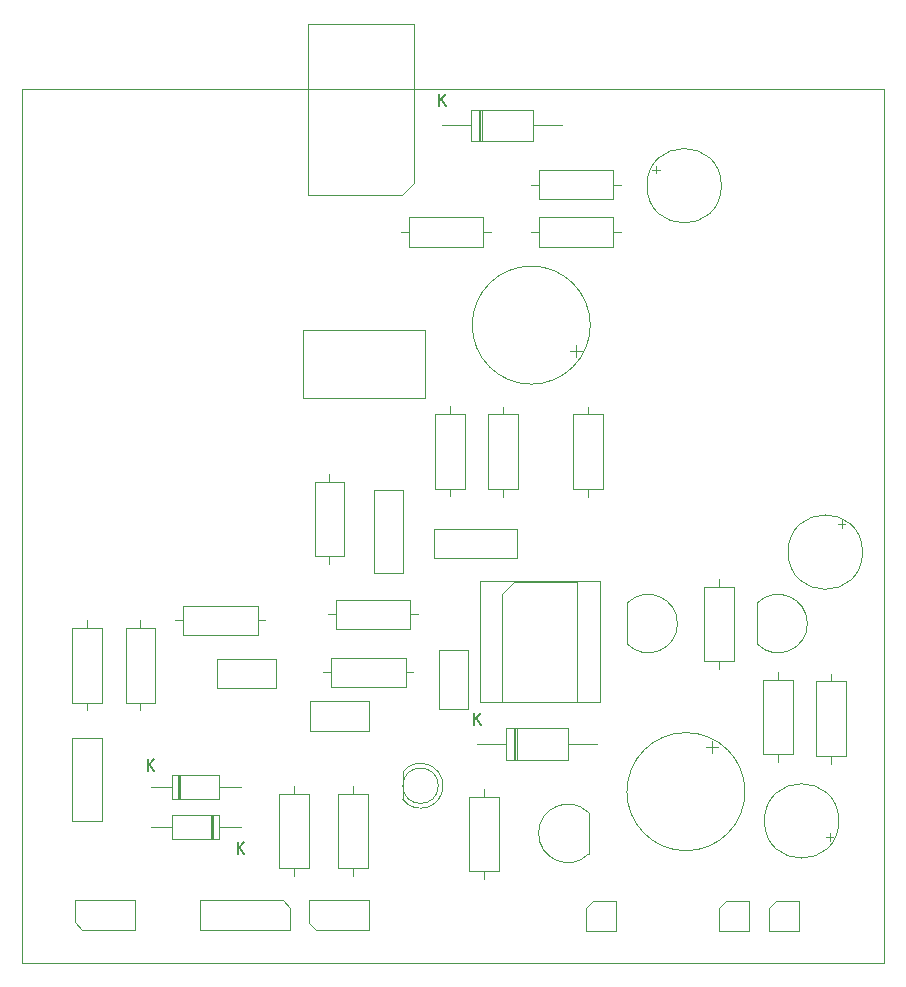
<source format=gbr>
%TF.GenerationSoftware,KiCad,Pcbnew,(5.1.10-1-10_14)*%
%TF.CreationDate,2021-12-12T22:41:03-05:00*%
%TF.ProjectId,Valve Wizard Cab Sim,56616c76-6520-4576-997a-617264204361,rev?*%
%TF.SameCoordinates,Original*%
%TF.FileFunction,Other,Fab,Top*%
%FSLAX46Y46*%
G04 Gerber Fmt 4.6, Leading zero omitted, Abs format (unit mm)*
G04 Created by KiCad (PCBNEW (5.1.10-1-10_14)) date 2021-12-12 22:41:03*
%MOMM*%
%LPD*%
G01*
G04 APERTURE LIST*
%TA.AperFunction,Profile*%
%ADD10C,0.100000*%
%TD*%
%ADD11C,0.100000*%
%ADD12C,0.150000*%
G04 APERTURE END LIST*
D10*
X112000000Y-57000000D02*
X112000000Y-131000000D01*
X39000000Y-57000000D02*
X112000000Y-57000000D01*
X39000000Y-131000000D02*
X39000000Y-57000000D01*
X112000000Y-131000000D02*
X39000000Y-131000000D01*
D11*
%TO.C,U1*%
X87890000Y-98670000D02*
X77730000Y-98670000D01*
X87890000Y-108950000D02*
X87890000Y-98670000D01*
X77730000Y-108950000D02*
X87890000Y-108950000D01*
X77730000Y-98670000D02*
X77730000Y-108950000D01*
X79635000Y-99730000D02*
X80635000Y-98730000D01*
X79635000Y-108890000D02*
X79635000Y-99730000D01*
X85985000Y-108890000D02*
X79635000Y-108890000D01*
X85985000Y-98730000D02*
X85985000Y-108890000D01*
X80635000Y-98730000D02*
X85985000Y-98730000D01*
%TO.C,J4*%
X43460000Y-127575000D02*
X43460000Y-125670000D01*
X43460000Y-125670000D02*
X48540000Y-125670000D01*
X48540000Y-125670000D02*
X48540000Y-128210000D01*
X48540000Y-128210000D02*
X44095000Y-128210000D01*
X44095000Y-128210000D02*
X43460000Y-127575000D01*
%TO.C,J7*%
X102230000Y-126365000D02*
X102865000Y-125730000D01*
X102230000Y-128270000D02*
X102230000Y-126365000D01*
X104770000Y-128270000D02*
X102230000Y-128270000D01*
X104770000Y-125730000D02*
X104770000Y-128270000D01*
X102865000Y-125730000D02*
X104770000Y-125730000D01*
%TO.C,J6*%
X63260000Y-127605000D02*
X63260000Y-125700000D01*
X63260000Y-125700000D02*
X68340000Y-125700000D01*
X68340000Y-125700000D02*
X68340000Y-128240000D01*
X68340000Y-128240000D02*
X63895000Y-128240000D01*
X63895000Y-128240000D02*
X63260000Y-127605000D01*
%TO.C,J5*%
X87365000Y-125730000D02*
X89270000Y-125730000D01*
X89270000Y-125730000D02*
X89270000Y-128270000D01*
X89270000Y-128270000D02*
X86730000Y-128270000D01*
X86730000Y-128270000D02*
X86730000Y-126365000D01*
X86730000Y-126365000D02*
X87365000Y-125730000D01*
%TO.C,J2*%
X98615000Y-125730000D02*
X100520000Y-125730000D01*
X100520000Y-125730000D02*
X100520000Y-128270000D01*
X100520000Y-128270000D02*
X97980000Y-128270000D01*
X97980000Y-128270000D02*
X97980000Y-126365000D01*
X97980000Y-126365000D02*
X98615000Y-125730000D01*
%TO.C,J1*%
X61700000Y-126335000D02*
X61700000Y-128240000D01*
X61700000Y-128240000D02*
X54080000Y-128240000D01*
X54080000Y-128240000D02*
X54080000Y-125700000D01*
X54080000Y-125700000D02*
X61065000Y-125700000D01*
X61065000Y-125700000D02*
X61700000Y-126335000D01*
%TO.C,C12*%
X107368972Y-120668500D02*
X107368972Y-120038500D01*
X107683972Y-120353500D02*
X107053972Y-120353500D01*
X108140000Y-118980000D02*
G75*
G03*
X108140000Y-118980000I-3150000J0D01*
G01*
%TO.C,C7*%
X68750000Y-91000000D02*
X68750000Y-98000000D01*
X71250000Y-91000000D02*
X68750000Y-91000000D01*
X71250000Y-98000000D02*
X71250000Y-91000000D01*
X68750000Y-98000000D02*
X71250000Y-98000000D01*
%TO.C,C8*%
X80900000Y-94250000D02*
X73900000Y-94250000D01*
X80900000Y-96750000D02*
X80900000Y-94250000D01*
X73900000Y-96750000D02*
X80900000Y-96750000D01*
X73900000Y-94250000D02*
X73900000Y-96750000D01*
%TO.C,C5*%
X45750000Y-119000000D02*
X45750000Y-112000000D01*
X43250000Y-119000000D02*
X45750000Y-119000000D01*
X43250000Y-112000000D02*
X43250000Y-119000000D01*
X45750000Y-112000000D02*
X43250000Y-112000000D01*
%TO.C,R18*%
X78100000Y-123920000D02*
X78100000Y-123260000D01*
X78100000Y-116300000D02*
X78100000Y-116960000D01*
X79350000Y-123260000D02*
X79350000Y-116960000D01*
X76850000Y-123260000D02*
X79350000Y-123260000D01*
X76850000Y-116960000D02*
X76850000Y-123260000D01*
X79350000Y-116960000D02*
X76850000Y-116960000D01*
%TO.C,R17*%
X107500000Y-106500000D02*
X107500000Y-107160000D01*
X107500000Y-114120000D02*
X107500000Y-113460000D01*
X106250000Y-107160000D02*
X106250000Y-113460000D01*
X108750000Y-107160000D02*
X106250000Y-107160000D01*
X108750000Y-113460000D02*
X108750000Y-107160000D01*
X106250000Y-113460000D02*
X108750000Y-113460000D01*
%TO.C,R16*%
X103000000Y-106380000D02*
X103000000Y-107040000D01*
X103000000Y-114000000D02*
X103000000Y-113340000D01*
X101750000Y-107040000D02*
X101750000Y-113340000D01*
X104250000Y-107040000D02*
X101750000Y-107040000D01*
X104250000Y-113340000D02*
X104250000Y-107040000D01*
X101750000Y-113340000D02*
X104250000Y-113340000D01*
%TO.C,R15*%
X98000000Y-98480000D02*
X98000000Y-99140000D01*
X98000000Y-106100000D02*
X98000000Y-105440000D01*
X96750000Y-99140000D02*
X96750000Y-105440000D01*
X99250000Y-99140000D02*
X96750000Y-99140000D01*
X99250000Y-105440000D02*
X99250000Y-99140000D01*
X96750000Y-105440000D02*
X99250000Y-105440000D01*
%TO.C,R14*%
X79700000Y-83900000D02*
X79700000Y-84560000D01*
X79700000Y-91520000D02*
X79700000Y-90860000D01*
X78450000Y-84560000D02*
X78450000Y-90860000D01*
X80950000Y-84560000D02*
X78450000Y-84560000D01*
X80950000Y-90860000D02*
X80950000Y-84560000D01*
X78450000Y-90860000D02*
X80950000Y-90860000D01*
%TO.C,R13*%
X75200000Y-91500000D02*
X75200000Y-90840000D01*
X75200000Y-83880000D02*
X75200000Y-84540000D01*
X76450000Y-90840000D02*
X76450000Y-84540000D01*
X73950000Y-90840000D02*
X76450000Y-90840000D01*
X73950000Y-84540000D02*
X73950000Y-90840000D01*
X76450000Y-84540000D02*
X73950000Y-84540000D01*
%TO.C,R12*%
X65000000Y-89600000D02*
X65000000Y-90260000D01*
X65000000Y-97220000D02*
X65000000Y-96560000D01*
X63750000Y-90260000D02*
X63750000Y-96560000D01*
X66250000Y-90260000D02*
X63750000Y-90260000D01*
X66250000Y-96560000D02*
X66250000Y-90260000D01*
X63750000Y-96560000D02*
X66250000Y-96560000D01*
%TO.C,R11*%
X44500000Y-109620000D02*
X44500000Y-108960000D01*
X44500000Y-102000000D02*
X44500000Y-102660000D01*
X45750000Y-108960000D02*
X45750000Y-102660000D01*
X43250000Y-108960000D02*
X45750000Y-108960000D01*
X43250000Y-102660000D02*
X43250000Y-108960000D01*
X45750000Y-102660000D02*
X43250000Y-102660000D01*
%TO.C,R10*%
X64880000Y-101500000D02*
X65540000Y-101500000D01*
X72500000Y-101500000D02*
X71840000Y-101500000D01*
X65540000Y-102750000D02*
X71840000Y-102750000D01*
X65540000Y-100250000D02*
X65540000Y-102750000D01*
X71840000Y-100250000D02*
X65540000Y-100250000D01*
X71840000Y-102750000D02*
X71840000Y-100250000D01*
%TO.C,R9*%
X72120000Y-106400000D02*
X71460000Y-106400000D01*
X64500000Y-106400000D02*
X65160000Y-106400000D01*
X71460000Y-105150000D02*
X65160000Y-105150000D01*
X71460000Y-107650000D02*
X71460000Y-105150000D01*
X65160000Y-107650000D02*
X71460000Y-107650000D01*
X65160000Y-105150000D02*
X65160000Y-107650000D01*
%TO.C,R8*%
X49000000Y-102000000D02*
X49000000Y-102660000D01*
X49000000Y-109620000D02*
X49000000Y-108960000D01*
X47750000Y-102660000D02*
X47750000Y-108960000D01*
X50250000Y-102660000D02*
X47750000Y-102660000D01*
X50250000Y-108960000D02*
X50250000Y-102660000D01*
X47750000Y-108960000D02*
X50250000Y-108960000D01*
%TO.C,R7*%
X59600000Y-102000000D02*
X58940000Y-102000000D01*
X51980000Y-102000000D02*
X52640000Y-102000000D01*
X58940000Y-100750000D02*
X52640000Y-100750000D01*
X58940000Y-103250000D02*
X58940000Y-100750000D01*
X52640000Y-103250000D02*
X58940000Y-103250000D01*
X52640000Y-100750000D02*
X52640000Y-103250000D01*
%TO.C,R6*%
X86900000Y-83900000D02*
X86900000Y-84560000D01*
X86900000Y-91520000D02*
X86900000Y-90860000D01*
X85650000Y-84560000D02*
X85650000Y-90860000D01*
X88150000Y-84560000D02*
X85650000Y-84560000D01*
X88150000Y-90860000D02*
X88150000Y-84560000D01*
X85650000Y-90860000D02*
X88150000Y-90860000D01*
%TO.C,R5*%
X62000000Y-123620000D02*
X62000000Y-122960000D01*
X62000000Y-116000000D02*
X62000000Y-116660000D01*
X63250000Y-122960000D02*
X63250000Y-116660000D01*
X60750000Y-122960000D02*
X63250000Y-122960000D01*
X60750000Y-116660000D02*
X60750000Y-122960000D01*
X63250000Y-116660000D02*
X60750000Y-116660000D01*
%TO.C,R4*%
X67000000Y-116000000D02*
X67000000Y-116660000D01*
X67000000Y-123620000D02*
X67000000Y-122960000D01*
X65750000Y-116660000D02*
X65750000Y-122960000D01*
X68250000Y-116660000D02*
X65750000Y-116660000D01*
X68250000Y-122960000D02*
X68250000Y-116660000D01*
X65750000Y-122960000D02*
X68250000Y-122960000D01*
%TO.C,R3*%
X82080000Y-69100000D02*
X82740000Y-69100000D01*
X89700000Y-69100000D02*
X89040000Y-69100000D01*
X82740000Y-70350000D02*
X89040000Y-70350000D01*
X82740000Y-67850000D02*
X82740000Y-70350000D01*
X89040000Y-67850000D02*
X82740000Y-67850000D01*
X89040000Y-70350000D02*
X89040000Y-67850000D01*
%TO.C,R2*%
X89700000Y-65100000D02*
X89040000Y-65100000D01*
X82080000Y-65100000D02*
X82740000Y-65100000D01*
X89040000Y-63850000D02*
X82740000Y-63850000D01*
X89040000Y-66350000D02*
X89040000Y-63850000D01*
X82740000Y-66350000D02*
X89040000Y-66350000D01*
X82740000Y-63850000D02*
X82740000Y-66350000D01*
%TO.C,R1*%
X71080000Y-69100000D02*
X71740000Y-69100000D01*
X78700000Y-69100000D02*
X78040000Y-69100000D01*
X71740000Y-70350000D02*
X78040000Y-70350000D01*
X71740000Y-67850000D02*
X71740000Y-70350000D01*
X78040000Y-67850000D02*
X71740000Y-67850000D01*
X78040000Y-70350000D02*
X78040000Y-67850000D01*
%TO.C,Q3*%
X86950000Y-121800000D02*
X86950000Y-118300000D01*
X86953625Y-121783625D02*
G75*
G02*
X82720000Y-120030000I-1753625J1753625D01*
G01*
X86953625Y-118276375D02*
G75*
G03*
X82720000Y-120030000I-1753625J-1753625D01*
G01*
%TO.C,Q2*%
X101250000Y-100500000D02*
X101250000Y-104000000D01*
X101246375Y-100516375D02*
G75*
G02*
X105480000Y-102270000I1753625J-1753625D01*
G01*
X101246375Y-104023625D02*
G75*
G03*
X105480000Y-102270000I1753625J1753625D01*
G01*
%TO.C,Q1*%
X90250000Y-100500000D02*
X90250000Y-104000000D01*
X90246375Y-100516375D02*
G75*
G02*
X94480000Y-102270000I1753625J-1753625D01*
G01*
X90246375Y-104023625D02*
G75*
G03*
X94480000Y-102270000I1753625J1753625D01*
G01*
%TO.C,D3*%
X71230000Y-114833810D02*
X71230000Y-117166190D01*
X74230000Y-116000000D02*
G75*
G03*
X74230000Y-116000000I-1500000J0D01*
G01*
X71229445Y-117165476D02*
G75*
G03*
X71230000Y-114833810I1500555J1165476D01*
G01*
%TO.C,C9*%
X62800000Y-83150000D02*
X73100000Y-83150000D01*
X62800000Y-77450000D02*
X62800000Y-83150000D01*
X73100000Y-77450000D02*
X62800000Y-77450000D01*
X73100000Y-83150000D02*
X73100000Y-77450000D01*
%TO.C,C6*%
X68400000Y-108850000D02*
X63400000Y-108850000D01*
X68400000Y-111350000D02*
X68400000Y-108850000D01*
X63400000Y-111350000D02*
X68400000Y-111350000D01*
X63400000Y-108850000D02*
X63400000Y-111350000D01*
%TO.C,C4*%
X55500000Y-107750000D02*
X60500000Y-107750000D01*
X55500000Y-105250000D02*
X55500000Y-107750000D01*
X60500000Y-105250000D02*
X55500000Y-105250000D01*
X60500000Y-107750000D02*
X60500000Y-105250000D01*
%TO.C,J3*%
X72200000Y-51500000D02*
X72200000Y-65000000D01*
X63200000Y-51500000D02*
X72200000Y-51500000D01*
X63200000Y-66000000D02*
X63200000Y-51500000D01*
X63200000Y-66000000D02*
X71200000Y-66000000D01*
X72200000Y-65000000D02*
X71200000Y-66000000D01*
%TO.C,D5*%
X52190000Y-115100000D02*
X52190000Y-117100000D01*
X52390000Y-115100000D02*
X52390000Y-117100000D01*
X52290000Y-115100000D02*
X52290000Y-117100000D01*
X57500000Y-116100000D02*
X55690000Y-116100000D01*
X49880000Y-116100000D02*
X51690000Y-116100000D01*
X55690000Y-115100000D02*
X51690000Y-115100000D01*
X55690000Y-117100000D02*
X55690000Y-115100000D01*
X51690000Y-117100000D02*
X55690000Y-117100000D01*
X51690000Y-115100000D02*
X51690000Y-117100000D01*
%TO.C,D4*%
X55190000Y-120500000D02*
X55190000Y-118500000D01*
X54990000Y-120500000D02*
X54990000Y-118500000D01*
X55090000Y-120500000D02*
X55090000Y-118500000D01*
X49880000Y-119500000D02*
X51690000Y-119500000D01*
X57500000Y-119500000D02*
X55690000Y-119500000D01*
X51690000Y-120500000D02*
X55690000Y-120500000D01*
X51690000Y-118500000D02*
X51690000Y-120500000D01*
X55690000Y-118500000D02*
X51690000Y-118500000D01*
X55690000Y-120500000D02*
X55690000Y-118500000D01*
%TO.C,D2*%
X80660000Y-111150000D02*
X80660000Y-113850000D01*
X80860000Y-111150000D02*
X80860000Y-113850000D01*
X80760000Y-111150000D02*
X80760000Y-113850000D01*
X87660000Y-112500000D02*
X85180000Y-112500000D01*
X77500000Y-112500000D02*
X79980000Y-112500000D01*
X85180000Y-111150000D02*
X79980000Y-111150000D01*
X85180000Y-113850000D02*
X85180000Y-111150000D01*
X79980000Y-113850000D02*
X85180000Y-113850000D01*
X79980000Y-111150000D02*
X79980000Y-113850000D01*
%TO.C,D1*%
X77700000Y-58750000D02*
X77700000Y-61450000D01*
X77900000Y-58750000D02*
X77900000Y-61450000D01*
X77800000Y-58750000D02*
X77800000Y-61450000D01*
X84700000Y-60100000D02*
X82220000Y-60100000D01*
X74540000Y-60100000D02*
X77020000Y-60100000D01*
X82220000Y-58750000D02*
X77020000Y-58750000D01*
X82220000Y-61450000D02*
X82220000Y-58750000D01*
X77020000Y-61450000D02*
X82220000Y-61450000D01*
X77020000Y-58750000D02*
X77020000Y-61450000D01*
%TO.C,C11*%
X97887500Y-112711139D02*
X96887500Y-112711139D01*
X97387500Y-112211139D02*
X97387500Y-113211139D01*
X100200000Y-116500000D02*
G75*
G03*
X100200000Y-116500000I-5000000J0D01*
G01*
%TO.C,C10*%
X108688500Y-93841028D02*
X108058500Y-93841028D01*
X108373500Y-93526028D02*
X108373500Y-94156028D01*
X110150000Y-96220000D02*
G75*
G03*
X110150000Y-96220000I-3150000J0D01*
G01*
%TO.C,C3*%
X74250000Y-104500000D02*
X74250000Y-109500000D01*
X76750000Y-104500000D02*
X74250000Y-104500000D01*
X76750000Y-109500000D02*
X76750000Y-104500000D01*
X74250000Y-109500000D02*
X76750000Y-109500000D01*
%TO.C,C2*%
X92671028Y-63511500D02*
X92671028Y-64141500D01*
X92356028Y-63826500D02*
X92986028Y-63826500D01*
X98200000Y-65200000D02*
G75*
G03*
X98200000Y-65200000I-3150000J0D01*
G01*
%TO.C,C1*%
X85888861Y-79687500D02*
X85888861Y-78687500D01*
X86388861Y-79187500D02*
X85388861Y-79187500D01*
X87100000Y-77000000D02*
G75*
G03*
X87100000Y-77000000I-5000000J0D01*
G01*
%TD*%
%TO.C,D5*%
D12*
X49618095Y-114752380D02*
X49618095Y-113752380D01*
X50189523Y-114752380D02*
X49760952Y-114180952D01*
X50189523Y-113752380D02*
X49618095Y-114323809D01*
%TO.C,D4*%
X57238095Y-121752380D02*
X57238095Y-120752380D01*
X57809523Y-121752380D02*
X57380952Y-121180952D01*
X57809523Y-120752380D02*
X57238095Y-121323809D01*
%TO.C,D2*%
X77238095Y-110852380D02*
X77238095Y-109852380D01*
X77809523Y-110852380D02*
X77380952Y-110280952D01*
X77809523Y-109852380D02*
X77238095Y-110423809D01*
%TO.C,D1*%
X74278095Y-58452380D02*
X74278095Y-57452380D01*
X74849523Y-58452380D02*
X74420952Y-57880952D01*
X74849523Y-57452380D02*
X74278095Y-58023809D01*
%TD*%
M02*

</source>
